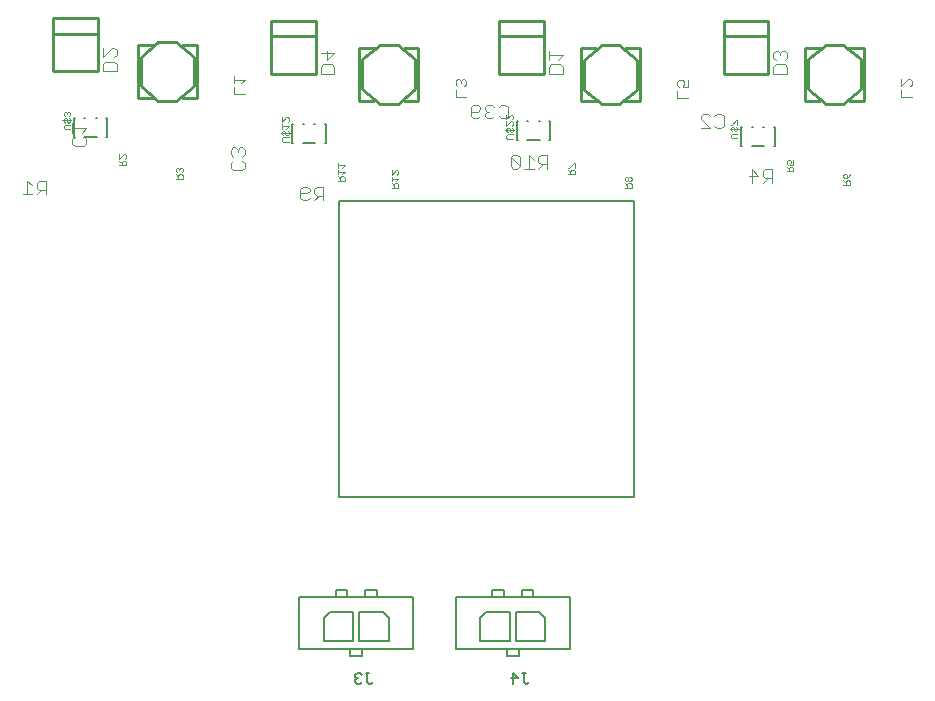
<source format=gbr>
G04 EAGLE Gerber RS-274X export*
G75*
%MOMM*%
%FSLAX34Y34*%
%LPD*%
%INSilkscreen Bottom*%
%IPPOS*%
%AMOC8*
5,1,8,0,0,1.08239X$1,22.5*%
G01*
%ADD10C,0.200000*%
%ADD11C,0.101600*%
%ADD12C,0.254000*%
%ADD13C,0.127000*%
%ADD14C,0.152400*%
%ADD15C,0.050800*%


D10*
X550000Y70000D02*
X550000Y320000D01*
X300000Y320000D01*
X300000Y70000D01*
X550000Y70000D01*
D11*
X476817Y347508D02*
X476817Y359202D01*
X470970Y359202D01*
X469021Y357253D01*
X469021Y353355D01*
X470970Y351406D01*
X476817Y351406D01*
X472919Y351406D02*
X469021Y347508D01*
X465123Y355304D02*
X461225Y359202D01*
X461225Y347508D01*
X465123Y347508D02*
X457327Y347508D01*
X453429Y349457D02*
X453429Y357253D01*
X451480Y359202D01*
X447582Y359202D01*
X445633Y357253D01*
X445633Y349457D01*
X447582Y347508D01*
X451480Y347508D01*
X453429Y349457D01*
X445633Y357253D01*
D12*
X555300Y404500D02*
X555300Y449500D01*
X552800Y439500D02*
X537800Y452000D01*
X522800Y452000D01*
X507800Y439500D01*
X507800Y414500D01*
X522800Y402000D01*
X537800Y402000D01*
X552800Y414500D01*
X552800Y439500D01*
X505300Y449500D02*
X505300Y404500D01*
X542800Y404500D02*
X555300Y404500D01*
X517800Y404500D02*
X505300Y404500D01*
X542800Y449500D02*
X555300Y449500D01*
X517800Y449500D02*
X505300Y449500D01*
D11*
X586808Y407508D02*
X595800Y407508D01*
X586808Y407508D02*
X586808Y413502D01*
X595800Y416716D02*
X595800Y422710D01*
X595800Y416716D02*
X591304Y416716D01*
X592802Y419713D01*
X592802Y421212D01*
X591304Y422710D01*
X588307Y422710D01*
X586808Y421212D01*
X586808Y418214D01*
X588307Y416716D01*
X437395Y401752D02*
X435446Y399803D01*
X437395Y401752D02*
X441293Y401752D01*
X443242Y399803D01*
X443242Y392007D01*
X441293Y390058D01*
X437395Y390058D01*
X435446Y392007D01*
X431548Y399803D02*
X429599Y401752D01*
X425701Y401752D01*
X423752Y399803D01*
X423752Y397854D01*
X425701Y395905D01*
X427650Y395905D01*
X425701Y395905D02*
X423752Y393956D01*
X423752Y392007D01*
X425701Y390058D01*
X429599Y390058D01*
X431548Y392007D01*
X419854Y392007D02*
X417905Y390058D01*
X414007Y390058D01*
X412058Y392007D01*
X412058Y399803D01*
X414007Y401752D01*
X417905Y401752D01*
X419854Y399803D01*
X419854Y397854D01*
X417905Y395905D01*
X412058Y395905D01*
D13*
X310000Y-59000D02*
X266750Y-59000D01*
X310000Y-59000D02*
X320000Y-59000D01*
X363250Y-59000D01*
X363250Y-15300D01*
X332500Y-15300D01*
X322500Y-15300D01*
X307500Y-15300D01*
X297500Y-15300D01*
X266750Y-15300D01*
X266750Y-59000D01*
X310000Y-59000D02*
X310000Y-65000D01*
X320000Y-65000D01*
X320000Y-59000D01*
X307500Y-15300D02*
X307500Y-9300D01*
X297500Y-9300D01*
X297500Y-15300D01*
X322500Y-15300D02*
X322500Y-9300D01*
X332500Y-9300D01*
X332500Y-15300D01*
X342500Y-52500D02*
X317500Y-52500D01*
X342500Y-52500D02*
X342500Y-32500D01*
X337500Y-27500D01*
X317500Y-27500D01*
X317500Y-52500D01*
X312500Y-52500D02*
X287500Y-52500D01*
X312500Y-52500D02*
X312500Y-27500D01*
X292500Y-27500D01*
X287500Y-32500D01*
X287500Y-52500D01*
X327325Y-88365D02*
X328781Y-86909D01*
X327325Y-88365D02*
X325868Y-88365D01*
X324412Y-86909D01*
X324412Y-79628D01*
X325868Y-79628D02*
X322956Y-79628D01*
X319573Y-81084D02*
X318117Y-79628D01*
X315204Y-79628D01*
X313748Y-81084D01*
X313748Y-82540D01*
X315204Y-83996D01*
X316660Y-83996D01*
X315204Y-83996D02*
X313748Y-85453D01*
X313748Y-86909D01*
X315204Y-88365D01*
X318117Y-88365D01*
X319573Y-86909D01*
X399250Y-59000D02*
X442500Y-59000D01*
X452500Y-59000D01*
X495750Y-59000D01*
X495750Y-15300D01*
X465000Y-15300D01*
X455000Y-15300D01*
X440000Y-15300D01*
X430000Y-15300D01*
X399250Y-15300D01*
X399250Y-59000D01*
X442500Y-59000D02*
X442500Y-65000D01*
X452500Y-65000D01*
X452500Y-59000D01*
X440000Y-15300D02*
X440000Y-9300D01*
X430000Y-9300D01*
X430000Y-15300D01*
X455000Y-15300D02*
X455000Y-9300D01*
X465000Y-9300D01*
X465000Y-15300D01*
X475000Y-52500D02*
X450000Y-52500D01*
X475000Y-52500D02*
X475000Y-32500D01*
X470000Y-27500D01*
X450000Y-27500D01*
X450000Y-52500D01*
X445000Y-52500D02*
X420000Y-52500D01*
X445000Y-52500D02*
X445000Y-27500D01*
X425000Y-27500D01*
X420000Y-32500D01*
X420000Y-52500D01*
X459825Y-88365D02*
X461281Y-86909D01*
X459825Y-88365D02*
X458368Y-88365D01*
X456912Y-86909D01*
X456912Y-79628D01*
X458368Y-79628D02*
X455456Y-79628D01*
X447704Y-79628D02*
X447704Y-88365D01*
X452073Y-83996D02*
X447704Y-79628D01*
X446248Y-83996D02*
X452073Y-83996D01*
D14*
X479220Y371900D02*
X479220Y388100D01*
X450780Y388100D02*
X450780Y371900D01*
X459780Y371900D02*
X470220Y371900D01*
X460720Y388100D02*
X459780Y388100D01*
X469280Y388100D02*
X470220Y388100D01*
X451720Y388100D02*
X450780Y388100D01*
X478280Y388100D02*
X479220Y388100D01*
X479220Y371900D02*
X478280Y371900D01*
X451720Y371900D02*
X450780Y371900D01*
D15*
X447701Y372852D02*
X443040Y372852D01*
X442108Y373784D01*
X442108Y375648D01*
X443040Y376580D01*
X447701Y376580D01*
X443040Y378465D02*
X442108Y379397D01*
X442108Y381261D01*
X443040Y382193D01*
X443972Y382193D01*
X444904Y381261D01*
X444904Y379397D01*
X445837Y378465D01*
X446769Y378465D01*
X447701Y379397D01*
X447701Y381261D01*
X446769Y382193D01*
X448633Y380329D02*
X441176Y380329D01*
X442108Y384078D02*
X442108Y387806D01*
X442108Y384078D02*
X445837Y387806D01*
X446769Y387806D01*
X447701Y386874D01*
X447701Y385010D01*
X446769Y384078D01*
X442108Y389691D02*
X442108Y393419D01*
X442108Y389691D02*
X445837Y393419D01*
X446769Y393419D01*
X447701Y392487D01*
X447701Y390623D01*
X446769Y389691D01*
X494458Y342878D02*
X500051Y342878D01*
X500051Y345674D01*
X499119Y346606D01*
X497254Y346606D01*
X496322Y345674D01*
X496322Y342878D01*
X496322Y344742D02*
X494458Y346606D01*
X500051Y348491D02*
X500051Y352219D01*
X499119Y352219D01*
X495390Y348491D01*
X494458Y348491D01*
X542454Y331404D02*
X548047Y331404D01*
X548047Y334200D01*
X547115Y335133D01*
X545250Y335133D01*
X544318Y334200D01*
X544318Y331404D01*
X544318Y333268D02*
X542454Y335133D01*
X547115Y337017D02*
X548047Y337949D01*
X548047Y339813D01*
X547115Y340746D01*
X546183Y340746D01*
X545250Y339813D01*
X544318Y340746D01*
X543386Y340746D01*
X542454Y339813D01*
X542454Y337949D01*
X543386Y337017D01*
X544318Y337017D01*
X545250Y337949D01*
X546183Y337017D01*
X547115Y337017D01*
X545250Y337949D02*
X545250Y339813D01*
D12*
X474000Y427500D02*
X474000Y459500D01*
X474000Y472500D01*
X436000Y472500D01*
X436000Y459500D01*
X436000Y427500D01*
X474000Y427500D01*
X474000Y459500D02*
X436000Y459500D01*
D11*
X478008Y428008D02*
X489702Y428008D01*
X478008Y428008D02*
X478008Y433855D01*
X479957Y435804D01*
X487753Y435804D01*
X489702Y433855D01*
X489702Y428008D01*
X485804Y439702D02*
X489702Y443600D01*
X478008Y443600D01*
X478008Y439702D02*
X478008Y447498D01*
X52192Y337402D02*
X52192Y325708D01*
X52192Y337402D02*
X46345Y337402D01*
X44396Y335453D01*
X44396Y331555D01*
X46345Y329606D01*
X52192Y329606D01*
X48294Y329606D02*
X44396Y325708D01*
X40498Y333504D02*
X36600Y337402D01*
X36600Y325708D01*
X40498Y325708D02*
X32702Y325708D01*
D12*
X180000Y407500D02*
X180000Y452500D01*
X177500Y442500D02*
X162500Y455000D01*
X147500Y455000D01*
X132500Y442500D01*
X132500Y417500D01*
X147500Y405000D01*
X162500Y405000D01*
X177500Y417500D01*
X177500Y442500D01*
X130000Y452500D02*
X130000Y407500D01*
X167500Y407500D02*
X180000Y407500D01*
X142500Y407500D02*
X130000Y407500D01*
X167500Y452500D02*
X180000Y452500D01*
X142500Y452500D02*
X130000Y452500D01*
D11*
X211508Y410508D02*
X220500Y410508D01*
X211508Y410508D02*
X211508Y416502D01*
X217502Y419716D02*
X220500Y422713D01*
X211508Y422713D01*
X211508Y419716D02*
X211508Y425710D01*
X86252Y372305D02*
X84303Y374254D01*
X86252Y372305D02*
X86252Y368407D01*
X84303Y366458D01*
X76507Y366458D01*
X74558Y368407D01*
X74558Y372305D01*
X76507Y374254D01*
X82354Y378152D02*
X86252Y382050D01*
X74558Y382050D01*
X74558Y378152D02*
X74558Y385948D01*
D14*
X104220Y390600D02*
X104220Y374400D01*
X75780Y374400D02*
X75780Y390600D01*
X84780Y374400D02*
X95220Y374400D01*
X85720Y390600D02*
X84780Y390600D01*
X94280Y390600D02*
X95220Y390600D01*
X76720Y390600D02*
X75780Y390600D01*
X103280Y390600D02*
X104220Y390600D01*
X104220Y374400D02*
X103280Y374400D01*
X76720Y374400D02*
X75780Y374400D01*
D15*
X72701Y380965D02*
X68040Y380965D01*
X67108Y381897D01*
X67108Y383761D01*
X68040Y384693D01*
X72701Y384693D01*
X68040Y386578D02*
X67108Y387510D01*
X67108Y389374D01*
X68040Y390306D01*
X68972Y390306D01*
X69904Y389374D01*
X69904Y387510D01*
X70837Y386578D01*
X71769Y386578D01*
X72701Y387510D01*
X72701Y389374D01*
X71769Y390306D01*
X73633Y388442D02*
X66176Y388442D01*
X71769Y392191D02*
X72701Y393123D01*
X72701Y394987D01*
X71769Y395919D01*
X70837Y395919D01*
X69904Y394987D01*
X69904Y394055D01*
X69904Y394987D02*
X68972Y395919D01*
X68040Y395919D01*
X67108Y394987D01*
X67108Y393123D01*
X68040Y392191D01*
X114458Y350378D02*
X120051Y350378D01*
X120051Y353174D01*
X119119Y354106D01*
X117254Y354106D01*
X116322Y353174D01*
X116322Y350378D01*
X116322Y352242D02*
X114458Y354106D01*
X114458Y355991D02*
X114458Y359719D01*
X114458Y355991D02*
X118187Y359719D01*
X119119Y359719D01*
X120051Y358787D01*
X120051Y356923D01*
X119119Y355991D01*
X162454Y338904D02*
X168047Y338904D01*
X168047Y341700D01*
X167115Y342633D01*
X165250Y342633D01*
X164318Y341700D01*
X164318Y338904D01*
X164318Y340768D02*
X162454Y342633D01*
X167115Y344517D02*
X168047Y345449D01*
X168047Y347313D01*
X167115Y348246D01*
X166183Y348246D01*
X165250Y347313D01*
X165250Y346381D01*
X165250Y347313D02*
X164318Y348246D01*
X163386Y348246D01*
X162454Y347313D01*
X162454Y345449D01*
X163386Y344517D01*
D12*
X96500Y430000D02*
X96500Y462000D01*
X96500Y475000D01*
X58500Y475000D01*
X58500Y462000D01*
X58500Y430000D01*
X96500Y430000D01*
X96500Y462000D02*
X58500Y462000D01*
D11*
X100508Y430508D02*
X112202Y430508D01*
X100508Y430508D02*
X100508Y436355D01*
X102457Y438304D01*
X110253Y438304D01*
X112202Y436355D01*
X112202Y430508D01*
X100508Y442202D02*
X100508Y449998D01*
X100508Y442202D02*
X108304Y449998D01*
X110253Y449998D01*
X112202Y448049D01*
X112202Y444151D01*
X110253Y442202D01*
X667192Y347402D02*
X667192Y335708D01*
X667192Y347402D02*
X661345Y347402D01*
X659396Y345453D01*
X659396Y341555D01*
X661345Y339606D01*
X667192Y339606D01*
X663294Y339606D02*
X659396Y335708D01*
X649651Y335708D02*
X649651Y347402D01*
X655498Y341555D01*
X647702Y341555D01*
D12*
X745000Y405000D02*
X745000Y450000D01*
X742500Y440000D02*
X727500Y452500D01*
X712500Y452500D01*
X697500Y440000D01*
X697500Y415000D01*
X712500Y402500D01*
X727500Y402500D01*
X742500Y415000D01*
X742500Y440000D01*
X695000Y450000D02*
X695000Y405000D01*
X732500Y405000D02*
X745000Y405000D01*
X707500Y405000D02*
X695000Y405000D01*
X732500Y450000D02*
X745000Y450000D01*
X707500Y450000D02*
X695000Y450000D01*
D11*
X776508Y408008D02*
X785500Y408008D01*
X776508Y408008D02*
X776508Y414002D01*
X776508Y417216D02*
X776508Y423210D01*
X776508Y417216D02*
X782502Y423210D01*
X784001Y423210D01*
X785500Y421712D01*
X785500Y418714D01*
X784001Y417216D01*
X620195Y393752D02*
X618246Y391803D01*
X620195Y393752D02*
X624093Y393752D01*
X626042Y391803D01*
X626042Y384007D01*
X624093Y382058D01*
X620195Y382058D01*
X618246Y384007D01*
X614348Y382058D02*
X606552Y382058D01*
X614348Y382058D02*
X606552Y389854D01*
X606552Y391803D01*
X608501Y393752D01*
X612399Y393752D01*
X614348Y391803D01*
D14*
X669220Y383100D02*
X669220Y366900D01*
X640780Y366900D02*
X640780Y383100D01*
X649780Y366900D02*
X660220Y366900D01*
X650720Y383100D02*
X649780Y383100D01*
X659280Y383100D02*
X660220Y383100D01*
X641720Y383100D02*
X640780Y383100D01*
X668280Y383100D02*
X669220Y383100D01*
X669220Y366900D02*
X668280Y366900D01*
X641720Y366900D02*
X640780Y366900D01*
D15*
X637701Y373465D02*
X633040Y373465D01*
X632108Y374397D01*
X632108Y376261D01*
X633040Y377193D01*
X637701Y377193D01*
X633040Y379078D02*
X632108Y380010D01*
X632108Y381874D01*
X633040Y382806D01*
X633972Y382806D01*
X634904Y381874D01*
X634904Y380010D01*
X635837Y379078D01*
X636769Y379078D01*
X637701Y380010D01*
X637701Y381874D01*
X636769Y382806D01*
X638633Y380942D02*
X631176Y380942D01*
X637701Y384691D02*
X637701Y388419D01*
X636769Y388419D01*
X633040Y384691D01*
X632108Y384691D01*
X679458Y345378D02*
X685051Y345378D01*
X685051Y348174D01*
X684119Y349106D01*
X682254Y349106D01*
X681322Y348174D01*
X681322Y345378D01*
X681322Y347242D02*
X679458Y349106D01*
X685051Y350991D02*
X685051Y354719D01*
X685051Y350991D02*
X682254Y350991D01*
X683187Y352855D01*
X683187Y353787D01*
X682254Y354719D01*
X680390Y354719D01*
X679458Y353787D01*
X679458Y351923D01*
X680390Y350991D01*
X727454Y333904D02*
X733047Y333904D01*
X733047Y336700D01*
X732115Y337633D01*
X730250Y337633D01*
X729318Y336700D01*
X729318Y333904D01*
X729318Y335768D02*
X727454Y337633D01*
X732115Y341381D02*
X733047Y343246D01*
X732115Y341381D02*
X730250Y339517D01*
X728386Y339517D01*
X727454Y340449D01*
X727454Y342313D01*
X728386Y343246D01*
X729318Y343246D01*
X730250Y342313D01*
X730250Y339517D01*
D12*
X664000Y427500D02*
X664000Y459500D01*
X664000Y472500D01*
X626000Y472500D01*
X626000Y459500D01*
X626000Y427500D01*
X664000Y427500D01*
X664000Y459500D02*
X626000Y459500D01*
D11*
X668008Y428008D02*
X679702Y428008D01*
X668008Y428008D02*
X668008Y433855D01*
X669957Y435804D01*
X677753Y435804D01*
X679702Y433855D01*
X679702Y428008D01*
X677753Y439702D02*
X679702Y441651D01*
X679702Y445549D01*
X677753Y447498D01*
X675804Y447498D01*
X673855Y445549D01*
X673855Y443600D01*
X673855Y445549D02*
X671906Y447498D01*
X669957Y447498D01*
X668008Y445549D01*
X668008Y441651D01*
X669957Y439702D01*
X287192Y332402D02*
X287192Y320708D01*
X287192Y332402D02*
X281345Y332402D01*
X279396Y330453D01*
X279396Y326555D01*
X281345Y324606D01*
X287192Y324606D01*
X283294Y324606D02*
X279396Y320708D01*
X275498Y322657D02*
X273549Y320708D01*
X269651Y320708D01*
X267702Y322657D01*
X267702Y330453D01*
X269651Y332402D01*
X273549Y332402D01*
X275498Y330453D01*
X275498Y328504D01*
X273549Y326555D01*
X267702Y326555D01*
D12*
X367500Y405000D02*
X367500Y450000D01*
X365000Y440000D02*
X350000Y452500D01*
X335000Y452500D01*
X320000Y440000D01*
X320000Y415000D01*
X335000Y402500D01*
X350000Y402500D01*
X365000Y415000D01*
X365000Y440000D01*
X317500Y450000D02*
X317500Y405000D01*
X355000Y405000D02*
X367500Y405000D01*
X330000Y405000D02*
X317500Y405000D01*
X355000Y450000D02*
X367500Y450000D01*
X330000Y450000D02*
X317500Y450000D01*
D11*
X399008Y408008D02*
X408000Y408008D01*
X399008Y408008D02*
X399008Y414002D01*
X406501Y417216D02*
X408000Y418714D01*
X408000Y421712D01*
X406501Y423210D01*
X405002Y423210D01*
X403504Y421712D01*
X403504Y420213D01*
X403504Y421712D02*
X402005Y423210D01*
X400507Y423210D01*
X399008Y421712D01*
X399008Y418714D01*
X400507Y417216D01*
X220452Y352017D02*
X218503Y353966D01*
X220452Y352017D02*
X220452Y348119D01*
X218503Y346170D01*
X210707Y346170D01*
X208758Y348119D01*
X208758Y352017D01*
X210707Y353966D01*
X218503Y357864D02*
X220452Y359813D01*
X220452Y363711D01*
X218503Y365660D01*
X216554Y365660D01*
X214605Y363711D01*
X214605Y361762D01*
X214605Y363711D02*
X212656Y365660D01*
X210707Y365660D01*
X208758Y363711D01*
X208758Y359813D01*
X210707Y357864D01*
D14*
X289220Y369400D02*
X289220Y385600D01*
X260780Y385600D02*
X260780Y369400D01*
X269780Y369400D02*
X280220Y369400D01*
X270720Y385600D02*
X269780Y385600D01*
X279280Y385600D02*
X280220Y385600D01*
X261720Y385600D02*
X260780Y385600D01*
X288280Y385600D02*
X289220Y385600D01*
X289220Y369400D02*
X288280Y369400D01*
X261720Y369400D02*
X260780Y369400D01*
D15*
X257701Y370352D02*
X253040Y370352D01*
X252108Y371284D01*
X252108Y373148D01*
X253040Y374080D01*
X257701Y374080D01*
X253040Y375965D02*
X252108Y376897D01*
X252108Y378761D01*
X253040Y379693D01*
X253972Y379693D01*
X254904Y378761D01*
X254904Y376897D01*
X255837Y375965D01*
X256769Y375965D01*
X257701Y376897D01*
X257701Y378761D01*
X256769Y379693D01*
X258633Y377829D02*
X251176Y377829D01*
X255837Y381578D02*
X257701Y383442D01*
X252108Y383442D01*
X252108Y381578D02*
X252108Y385306D01*
X252108Y387191D02*
X252108Y390919D01*
X252108Y387191D02*
X255837Y390919D01*
X256769Y390919D01*
X257701Y389987D01*
X257701Y388123D01*
X256769Y387191D01*
X299458Y337265D02*
X305051Y337265D01*
X305051Y340061D01*
X304119Y340993D01*
X302254Y340993D01*
X301322Y340061D01*
X301322Y337265D01*
X301322Y339129D02*
X299458Y340993D01*
X303187Y342878D02*
X305051Y344742D01*
X299458Y344742D01*
X299458Y342878D02*
X299458Y346606D01*
X303187Y348491D02*
X305051Y350355D01*
X299458Y350355D01*
X299458Y348491D02*
X299458Y352219D01*
X344954Y331404D02*
X350547Y331404D01*
X350547Y334200D01*
X349615Y335133D01*
X347750Y335133D01*
X346818Y334200D01*
X346818Y331404D01*
X346818Y333268D02*
X344954Y335133D01*
X348683Y337017D02*
X350547Y338881D01*
X344954Y338881D01*
X344954Y337017D02*
X344954Y340746D01*
X344954Y342630D02*
X344954Y346359D01*
X344954Y342630D02*
X348683Y346359D01*
X349615Y346359D01*
X350547Y345427D01*
X350547Y343562D01*
X349615Y342630D01*
D12*
X280700Y427500D02*
X280700Y459500D01*
X280700Y472500D01*
X242700Y472500D01*
X242700Y459500D01*
X242700Y427500D01*
X280700Y427500D01*
X280700Y459500D02*
X242700Y459500D01*
D11*
X284708Y428008D02*
X296402Y428008D01*
X284708Y428008D02*
X284708Y433855D01*
X286657Y435804D01*
X294453Y435804D01*
X296402Y433855D01*
X296402Y428008D01*
X296402Y445549D02*
X284708Y445549D01*
X290555Y439702D02*
X296402Y445549D01*
X290555Y447498D02*
X290555Y439702D01*
M02*

</source>
